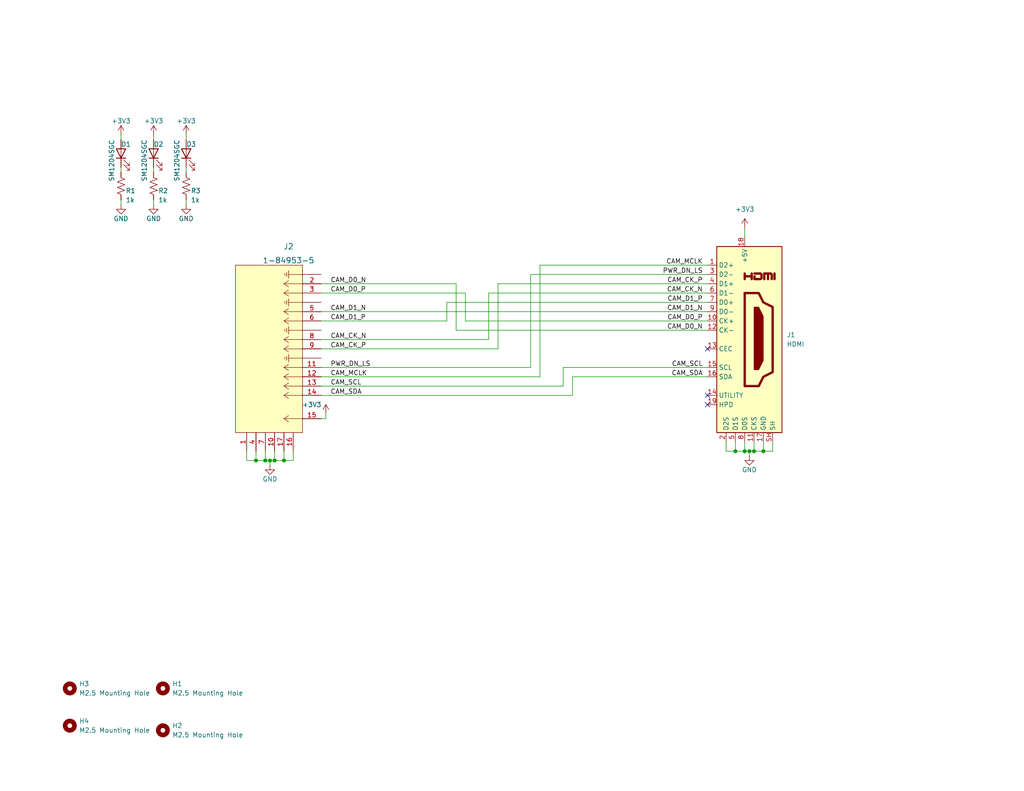
<source format=kicad_sch>
(kicad_sch (version 20230121) (generator eeschema)
  (paper "A")
  (title_block (title "MIPI to HDMI") (date "2023-10-28") (rev "R1") (company "MVHS Robotics FRC971") (comment 1 "Alexander Lenkov") (comment 2 "Scott Berman"))
  (lib_symbols
    (symbol "1mm 15pin Ribbon:1-84952-5" (pin_names (offset 0.254))
      (property "Reference" "J2" (at 8.89 7.62 0))
      (property "Value" "1-84953-5" (at 8.89 3.81 0))
      (symbol "1-84952-5_0_1"
        (polyline (pts (xy 8.89 -22.86) (xy 5.08 -22.86)) (stroke (width 0.127)))
        (polyline (pts (xy 8.89 -15.24) (xy 5.08 -15.24)) (stroke (width 0.127)))
        (polyline (pts (xy 8.89 -7.62) (xy 5.08 -7.62)) (stroke (width 0.127)))
        (polyline (pts (xy 8.89 0) (xy 5.08 0)) (stroke (width 0.127)))
        (polyline (pts (xy 10.16 -39.37) (xy 5.08 -39.37)) (stroke (width 0.127)))
        (polyline (pts (xy 10.16 -39.37) (xy 8.89 -40.2167)) (stroke (width 0.127)))
        (polyline (pts (xy 10.16 -39.37) (xy 8.89 -38.5233)) (stroke (width 0.127)))
        (polyline (pts (xy 10.16 -33.02) (xy 5.08 -33.02)) (stroke (width 0.127)))
        (polyline (pts (xy 10.16 -33.02) (xy 8.89 -33.8667)) (stroke (width 0.127)))
        (polyline (pts (xy 10.16 -33.02) (xy 8.89 -32.1733)) (stroke (width 0.127)))
        (polyline (pts (xy 10.16 -30.48) (xy 5.08 -30.48)) (stroke (width 0.127)))
        (polyline (pts (xy 10.16 -30.48) (xy 8.89 -31.3267)) (stroke (width 0.127)))
        (polyline (pts (xy 10.16 -30.48) (xy 8.89 -29.6333)) (stroke (width 0.127)))
        (polyline (pts (xy 10.16 -27.94) (xy 5.08 -27.94)) (stroke (width 0.127)))
        (polyline (pts (xy 10.16 -27.94) (xy 8.89 -28.7867)) (stroke (width 0.127)))
        (polyline (pts (xy 10.16 -27.94) (xy 8.89 -27.0933)) (stroke (width 0.127)))
        (polyline (pts (xy 10.16 -25.4) (xy 5.08 -25.4)) (stroke (width 0.127)))
        (polyline (pts (xy 10.16 -25.4) (xy 8.89 -26.2467)) (stroke (width 0.127)))
        (polyline (pts (xy 10.16 -25.4) (xy 8.89 -24.5533)) (stroke (width 0.127)))
        (polyline (pts (xy 10.16 -20.32) (xy 5.08 -20.32)) (stroke (width 0.127)))
        (polyline (pts (xy 10.16 -20.32) (xy 8.89 -21.1667)) (stroke (width 0.127)))
        (polyline (pts (xy 10.16 -20.32) (xy 8.89 -19.4733)) (stroke (width 0.127)))
        (polyline (pts (xy 10.16 -17.78) (xy 5.08 -17.78)) (stroke (width 0.127)))
        (polyline (pts (xy 10.16 -17.78) (xy 8.89 -18.6267)) (stroke (width 0.127)))
        (polyline (pts (xy 10.16 -17.78) (xy 8.89 -16.9333)) (stroke (width 0.127)))
        (polyline (pts (xy 10.16 -12.7) (xy 5.08 -12.7)) (stroke (width 0.127)))
        (polyline (pts (xy 10.16 -12.7) (xy 8.89 -13.5467)) (stroke (width 0.127)))
        (polyline (pts (xy 10.16 -12.7) (xy 8.89 -11.8533)) (stroke (width 0.127)))
        (polyline (pts (xy 10.16 -10.16) (xy 5.08 -10.16)) (stroke (width 0.127)))
        (polyline (pts (xy 10.16 -10.16) (xy 8.89 -11.0067)) (stroke (width 0.127)))
        (polyline (pts (xy 10.16 -10.16) (xy 8.89 -9.3133)) (stroke (width 0.127)))
        (polyline (pts (xy 10.16 -5.08) (xy 5.08 -5.08)) (stroke (width 0.127)))
        (polyline (pts (xy 10.16 -5.08) (xy 8.89 -5.9267)) (stroke (width 0.127)))
        (polyline (pts (xy 10.16 -5.08) (xy 8.89 -4.2333)) (stroke (width 0.127)))
        (polyline (pts (xy 10.16 -2.54) (xy 5.08 -2.54)) (stroke (width 0.127)))
        (polyline (pts (xy 10.16 -2.54) (xy 8.89 -3.3867)) (stroke (width 0.127)))
        (polyline (pts (xy 10.16 -2.54) (xy 8.89 -1.6933)) (stroke (width 0.127)))
        (pin unspecified line (at 20.32 -48.26 90) (length 5.08) (name "") (number "1"))
        (pin unspecified line (at 12.7 -48.26 90) (length 5.08) (name "") (number "10"))
        (pin unspecified line (at 0 -25.4 0) (length 5.08) (name "") (number "11"))
        (pin unspecified line (at 0 -27.94 0) (length 5.08) (name "") (number "12"))
        (pin unspecified line (at 0 -30.48 0) (length 5.08) (name "") (number "13"))
        (pin unspecified line (at 0 -33.02 0) (length 5.08) (name "") (number "14"))
        (pin unspecified line (at 0 -39.37 0) (length 5.08) (name "") (number "15"))
        (pin unspecified line (at 7.62 -48.26 90) (length 5.08) (name "") (number "16"))
        (pin unspecified line (at 10.16 -48.26 90) (length 5.08) (name "") (number "17"))
        (pin unspecified line (at 0 -2.54 0) (length 5.08) (name "") (number "2"))
        (pin unspecified line (at 0 -5.08 0) (length 5.08) (name "") (number "3"))
        (pin unspecified line (at 17.78 -48.26 90) (length 5.08) (name "") (number "4"))
        (pin unspecified line (at 0 -10.16 0) (length 5.08) (name "") (number "5"))
        (pin unspecified line (at 0 -12.7 0) (length 5.08) (name "") (number "6"))
        (pin unspecified line (at 15.24 -48.26 90) (length 5.08) (name "") (number "7"))
        (pin unspecified line (at 0 -17.78 0) (length 5.08) (name "") (number "8"))
        (pin unspecified line (at 0 -20.32 0) (length 5.08) (name "") (number "9"))
      )
      (symbol "1-84952-5_1_1"
        (polyline (pts (xy 5.08 -22.86) (xy 0 -22.86)))
        (polyline (pts (xy 5.08 -15.24) (xy 0 -15.24)))
        (polyline (pts (xy 5.08 -7.62) (xy 0 -7.62)))
        (polyline (pts (xy 5.08 0) (xy 0 0)))
        (polyline (pts (xy 8.89 -23.876) (xy 8.89 -21.844)))
        (polyline (pts (xy 8.89 -16.256) (xy 8.89 -14.224)))
        (polyline (pts (xy 8.89 -8.636) (xy 8.89 -6.604)))
        (polyline (pts (xy 8.89 -1.016) (xy 8.89 1.016)))
        (polyline (pts (xy 9.398 -23.368) (xy 9.398 -22.352)))
        (polyline (pts (xy 9.398 -15.748) (xy 9.398 -14.732)))
        (polyline (pts (xy 9.398 -8.128) (xy 9.398 -7.112)))
        (polyline (pts (xy 9.398 -0.508) (xy 9.398 0.508)))
        (polyline (pts (xy 9.906 -23.114) (xy 9.906 -22.606)))
        (polyline (pts (xy 9.906 -15.494) (xy 9.906 -14.986)))
        (polyline (pts (xy 9.906 -7.874) (xy 9.906 -7.366)))
        (polyline (pts (xy 9.906 -0.254) (xy 9.906 0.254)))
        (polyline (pts (xy 5.08 -43.18) (xy 5.08 2.54) (xy 23.368 2.54) (xy 23.368 -43.18) (xy 5.08 -43.18)) (fill (type background)))
      )
    )
    (symbol "Connector:HDMI_A"
      (property "Reference" "J" (at -6.35 26.67 0))
      (property "Value" "HDMI_A" (at 10.16 26.67 0))
      (symbol "HDMI_A_0_0"
        (polyline (pts (xy 8.128 16.51) (xy 8.128 18.034)) (stroke (width 0.635)))
        (polyline (pts (xy 0 16.51) (xy 0 18.034) (xy 0 17.272) (xy 1.905 17.272) (xy 1.905 18.034) (xy 1.905 16.51)) (stroke (width 0.635)))
        (polyline (pts (xy 2.667 18.034) (xy 4.318 18.034) (xy 4.572 17.78) (xy 4.572 16.764) (xy 4.318 16.51) (xy 2.667 16.51) (xy 2.667 17.272)) (stroke (width 0.635)))
      )
      (symbol "HDMI_A_0_1"
        (rectangle (start -7.62 25.4) (end 10.16 -25.4) (stroke (width 0.254)) (fill (type background)))
        (polyline (pts (xy 2.54 8.89) (xy 3.81 8.89) (xy 5.08 6.35) (xy 5.08 -5.715) (xy 3.81 -8.255) (xy 2.54 -8.255) (xy 2.54 8.89)) (fill (type outline)))
        (polyline (pts (xy 5.334 16.51) (xy 5.334 18.034) (xy 6.35 18.034) (xy 6.35 16.51) (xy 6.35 18.034) (xy 7.112 18.034) (xy 7.366 17.78) (xy 7.366 16.51)) (stroke (width 0.635)))
        (polyline (pts (xy 0 12.7) (xy 0 -12.7) (xy 3.81 -12.7) (xy 5.08 -10.16) (xy 7.62 -8.89) (xy 7.62 8.89) (xy 5.08 10.16) (xy 3.81 12.7) (xy 0 12.7)) (stroke (width 0.635)))
      )
      (symbol "HDMI_A_1_1"
        (pin passive line (at -10.16 20.32 0) (length 2.54) (name "D2+") (number "1"))
        (pin passive line (at -10.16 5.08 0) (length 2.54) (name "CK+") (number "10"))
        (pin power_in line (at 2.54 -27.94 90) (length 2.54) (name "CKS") (number "11"))
        (pin passive line (at -10.16 2.54 0) (length 2.54) (name "CK-") (number "12"))
        (pin bidirectional line (at -10.16 -2.54 0) (length 2.54) (name "CEC") (number "13"))
        (pin passive line (at -10.16 -15.24 0) (length 2.54) (name "UTILITY") (number "14"))
        (pin passive line (at -10.16 -7.62 0) (length 2.54) (name "SCL") (number "15"))
        (pin bidirectional line (at -10.16 -10.16 0) (length 2.54) (name "SDA") (number "16"))
        (pin power_in line (at 5.08 -27.94 90) (length 2.54) (name "GND") (number "17"))
        (pin power_in line (at 0 27.94 270) (length 2.54) (name "+5V") (number "18"))
        (pin passive line (at -10.16 -17.78 0) (length 2.54) (name "HPD") (number "19"))
        (pin power_in line (at -5.08 -27.94 90) (length 2.54) (name "D2S") (number "2"))
        (pin passive line (at -10.16 17.78 0) (length 2.54) (name "D2-") (number "3"))
        (pin passive line (at -10.16 15.24 0) (length 2.54) (name "D1+") (number "4"))
        (pin power_in line (at -2.54 -27.94 90) (length 2.54) (name "D1S") (number "5"))
        (pin passive line (at -10.16 12.7 0) (length 2.54) (name "D1-") (number "6"))
        (pin passive line (at -10.16 10.16 0) (length 2.54) (name "D0+") (number "7"))
        (pin power_in line (at 0 -27.94 90) (length 2.54) (name "D0S") (number "8"))
        (pin passive line (at -10.16 7.62 0) (length 2.54) (name "D0-") (number "9"))
        (pin passive line (at 7.62 -27.94 90) (length 2.54) (name "SH") (number "SH"))
      )
    )
    (symbol "Device:LED" (pin_numbers hide) (pin_names (offset 1.016) hide)
      (property "Reference" "D1" (at 1.27 -2.54 90))
      (property "Value" "LED" (at -1.27 -2.54 90))
      (symbol "LED_0_1"
        (polyline (pts (xy -1.27 -1.27) (xy -1.27 1.27)) (stroke (width 0.254)))
        (polyline (pts (xy -1.27 0) (xy 1.27 0)))
        (polyline (pts (xy 1.27 -1.27) (xy 1.27 1.27) (xy -1.27 0) (xy 1.27 -1.27)) (stroke (width 0.254)))
        (polyline (pts (xy -3.048 -0.762) (xy -4.572 -2.286) (xy -3.81 -2.286) (xy -4.572 -2.286) (xy -4.572 -1.524)))
        (polyline (pts (xy -1.778 -0.762) (xy -3.302 -2.286) (xy -2.54 -2.286) (xy -3.302 -2.286) (xy -3.302 -1.524)))
      )
      (symbol "LED_1_1"
        (pin passive line (at 3.81 0 180) (length 2.54) (name "A") (number "1"))
        (pin passive line (at -3.81 0 0) (length 2.54) (name "K") (number "2"))
      )
    )
    (symbol "Device:R_US" (pin_numbers hide) (pin_names (offset 0))
      (property "Reference" "R" (at 2.54 0 90))
      (property "Value" "R_US" (at -2.54 0 90))
      (symbol "R_US_0_1"
        (polyline (pts (xy 0 -2.286) (xy 0 -2.54)))
        (polyline (pts (xy 0 2.286) (xy 0 2.54)))
        (polyline (pts (xy 0 -0.762) (xy 1.016 -1.143) (xy 0 -1.524) (xy -1.016 -1.905) (xy 0 -2.286)))
        (polyline (pts (xy 0 0.762) (xy 1.016 0.381) (xy 0 0) (xy -1.016 -0.381) (xy 0 -0.762)))
        (polyline (pts (xy 0 2.286) (xy 1.016 1.905) (xy 0 1.524) (xy -1.016 1.143) (xy 0 0.762)))
      )
      (symbol "R_US_1_1"
        (pin passive line (at 0 3.81 270) (length 1.27) (name "~") (number "1"))
        (pin passive line (at 0 -3.81 90) (length 1.27) (name "~") (number "2"))
      )
    )
    (symbol "Mechanical:MountingHole" (pin_names (offset 1.016))
      (property "Reference" "H" (at 0 5.08 0))
      (property "Value" "MountingHole" (at 0 3.175 0))
      (symbol "MountingHole_0_1"
        (circle (center 0 0) (radius 1.27) (stroke (width 1.27)))
      )
    )
    (symbol "power:+3V3" (power) (pin_names (offset 0))
      (property "Value" "+3V3" (at 0 3.556 0))
      (symbol "+3V3_0_1"
        (polyline (pts (xy -0.762 1.27) (xy 0 2.54)))
        (polyline (pts (xy 0 0) (xy 0 2.54)))
        (polyline (pts (xy 0 2.54) (xy 0.762 1.27)))
      )
      (symbol "+3V3_1_1"
        (pin power_in line (at 0 0 90) (length 0) hide (name "+3V3") (number "1"))
      )
    )
    (symbol "power:GND" (power) (pin_names (offset 0))
      (property "Value" "GND" (at 0 -3.81 0))
      (symbol "GND_0_1"
        (polyline (pts (xy 0 0) (xy 0 -1.27) (xy 1.27 -1.27) (xy 0 -2.54) (xy -1.27 -1.27) (xy 0 -1.27)))
      )
      (symbol "GND_1_1"
        (pin power_in line (at 0 0 270) (length 0) hide (name "GND") (number "1"))
      )
    )
  )
  (junction (at 74.93 125.73))
  (junction (at 204.47 123.19))
  (junction (at 73.66 125.73))
  (junction (at 200.66 123.19))
  (junction (at 208.28 123.19))
  (junction (at 77.47 125.73))
  (junction (at 72.39 125.73))
  (junction (at 203.2 123.19))
  (junction (at 205.74 123.19))
  (junction (at 69.85 125.73))
  (no_connect (at 193.04 110.49))
  (no_connect (at 193.04 95.25))
  (no_connect (at 193.04 107.95))
  (wire (pts (xy 135.89 77.47) (xy 193.04 77.47)))
  (wire (pts (xy 210.82 120.65) (xy 210.82 123.19)))
  (wire (pts (xy 33.02 46.99) (xy 33.02 45.72)))
  (wire (pts (xy 50.8 46.99) (xy 50.8 45.72)))
  (wire (pts (xy 74.93 125.73) (xy 77.47 125.73)))
  (wire (pts (xy 133.35 92.71) (xy 133.35 80.01)))
  (wire (pts (xy 121.92 82.55) (xy 193.04 82.55)))
  (wire (pts (xy 204.47 124.46) (xy 204.47 123.19)))
  (wire (pts (xy 41.91 46.99) (xy 41.91 45.72)))
  (wire (pts (xy 156.21 102.87) (xy 156.21 107.95)))
  (wire (pts (xy 87.63 85.09) (xy 193.04 85.09)))
  (wire (pts (xy 74.93 123.19) (xy 74.93 125.73)))
  (wire (pts (xy 87.63 105.41) (xy 153.67 105.41)))
  (wire (pts (xy 144.78 74.93) (xy 144.78 100.33)))
  (wire (pts (xy 135.89 95.25) (xy 135.89 77.47)))
  (wire (pts (xy 198.12 120.65) (xy 198.12 123.19)))
  (wire (pts (xy 73.66 125.73) (xy 74.93 125.73)))
  (wire (pts (xy 203.2 120.65) (xy 203.2 123.19)))
  (wire (pts (xy 153.67 100.33) (xy 153.67 105.41)))
  (wire (pts (xy 87.63 100.33) (xy 144.78 100.33)))
  (wire (pts (xy 87.63 77.47) (xy 124.46 77.47)))
  (wire (pts (xy 41.91 55.88) (xy 41.91 54.61)))
  (wire (pts (xy 41.91 36.83) (xy 41.91 38.1)))
  (wire (pts (xy 203.2 123.19) (xy 200.66 123.19)))
  (wire (pts (xy 208.28 123.19) (xy 205.74 123.19)))
  (wire (pts (xy 127 80.01) (xy 127 87.63)))
  (wire (pts (xy 200.66 120.65) (xy 200.66 123.19)))
  (wire (pts (xy 69.85 123.19) (xy 69.85 125.73)))
  (wire (pts (xy 204.47 123.19) (xy 203.2 123.19)))
  (wire (pts (xy 153.67 100.33) (xy 193.04 100.33)))
  (wire (pts (xy 203.2 64.77) (xy 203.2 62.23)))
  (wire (pts (xy 124.46 77.47) (xy 124.46 90.17)))
  (wire (pts (xy 87.63 87.63) (xy 121.92 87.63)))
  (wire (pts (xy 208.28 120.65) (xy 208.28 123.19)))
  (wire (pts (xy 147.32 72.39) (xy 193.04 72.39)))
  (wire (pts (xy 77.47 123.19) (xy 77.47 125.73)))
  (wire (pts (xy 200.66 123.19) (xy 198.12 123.19)))
  (wire (pts (xy 121.92 87.63) (xy 121.92 82.55)))
  (wire (pts (xy 67.31 125.73) (xy 69.85 125.73)))
  (wire (pts (xy 33.02 55.88) (xy 33.02 54.61)))
  (wire (pts (xy 72.39 123.19) (xy 72.39 125.73)))
  (wire (pts (xy 144.78 74.93) (xy 193.04 74.93)))
  (wire (pts (xy 88.9 114.3) (xy 87.63 114.3)))
  (wire (pts (xy 69.85 125.73) (xy 72.39 125.73)))
  (wire (pts (xy 33.02 36.83) (xy 33.02 38.1)))
  (wire (pts (xy 50.8 55.88) (xy 50.8 54.61)))
  (wire (pts (xy 87.63 80.01) (xy 127 80.01)))
  (wire (pts (xy 210.82 123.19) (xy 208.28 123.19)))
  (wire (pts (xy 88.9 114.3) (xy 88.9 113.03)))
  (wire (pts (xy 87.63 102.87) (xy 147.32 102.87)))
  (wire (pts (xy 77.47 125.73) (xy 80.01 125.73)))
  (wire (pts (xy 127 87.63) (xy 193.04 87.63)))
  (wire (pts (xy 80.01 125.73) (xy 80.01 123.19)))
  (wire (pts (xy 133.35 80.01) (xy 193.04 80.01)))
  (wire (pts (xy 205.74 120.65) (xy 205.74 123.19)))
  (wire (pts (xy 87.63 95.25) (xy 135.89 95.25)))
  (wire (pts (xy 67.31 123.19) (xy 67.31 125.73)))
  (wire (pts (xy 87.63 92.71) (xy 133.35 92.71)))
  (wire (pts (xy 205.74 123.19) (xy 204.47 123.19)))
  (wire (pts (xy 147.32 72.39) (xy 147.32 102.87)))
  (wire (pts (xy 156.21 102.87) (xy 193.04 102.87)))
  (wire (pts (xy 73.66 125.73) (xy 72.39 125.73)))
  (wire (pts (xy 124.46 90.17) (xy 193.04 90.17)))
  (wire (pts (xy 73.66 127) (xy 73.66 125.73)))
  (wire (pts (xy 50.8 36.83) (xy 50.8 38.1)))
  (wire (pts (xy 87.63 107.95) (xy 156.21 107.95)))
  (label "CAM_CK_N" (at 90.17 92.71 0))
  (label "CAM_CK_P" (at 191.77 77.47 180))
  (label "CAM_D1_N" (at 191.77 85.09 180))
  (label "CAM_D1_P" (at 90.17 87.63 0))
  (label "PWR_DN_LS" (at 191.77 74.93 180))
  (label "CAM_D0_P" (at 90.17 80.01 0))
  (label "CAM_SCL" (at 191.77 100.33 180))
  (label "CAM_CK_P" (at 90.17 95.25 0))
  (label "PWR_DN_LS" (at 90.17 100.33 0))
  (label "CAM_CK_N" (at 191.77 80.01 180))
  (label "CAM_MCLK" (at 90.17 102.87 0))
  (label "CAM_SDA" (at 90.17 107.95 0))
  (label "CAM_D1_P" (at 191.77 82.55 180))
  (label "CAM_D0_N" (at 90.17 77.47 0))
  (label "CAM_D0_P" (at 191.77 87.63 180))
  (label "CAM_SCL" (at 90.17 105.41 0))
  (label "CAM_MCLK" (at 191.77 72.39 180))
  (label "CAM_D0_N" (at 191.77 90.17 180))
  (label "CAM_D1_N" (at 90.17 85.09 0))
  (label "CAM_SDA" (at 191.77 102.87 180))
  (symbol (lib_id "power:+3V3") (at 41.91 36.83 0) (unit 1)
    (property "Reference" "#PWR07" (effects hide))
    (property "Value" "+3V3" (at 41.91 33.02 0))
  )
  (symbol (lib_id "Mechanical:MountingHole") (at 44.45 187.96 180) (unit 1) (in_bom no)
    (property "Reference" "H1" (at 46.99 186.69 0) (effects (justify right)))
    (property "Value" "M2.5 Mounting Hole" (at 46.99 189.23 0) (effects (justify right)))
    (property "Footprint" "MountingHole:MountingHole_2.7mm_Pad" (effects hide))
  )
  (symbol (lib_id "power:+3V3") (at 50.8 36.83 0) (unit 1)
    (property "Reference" "#PWR09" (effects hide))
    (property "Value" "+3V3" (at 50.8 33.02 0))
  )
  (symbol (lib_id "Mechanical:MountingHole") (at 19.05 187.96 180) (unit 1) (in_bom no)
    (property "Reference" "H3" (at 21.59 186.69 0) (effects (justify right)))
    (property "Value" "M2.5 Mounting Hole" (at 21.59 189.23 0) (effects (justify right)))
    (property "Footprint" "MountingHole:MountingHole_2.7mm_Pad" (effects hide))
  )
  (symbol (lib_id "power:GND") (at 50.8 55.88 0) (unit 1)
    (property "Reference" "#PWR010" (effects hide))
    (property "Value" "GND" (at 50.8 59.69 0))
  )
  (symbol (lib_id "1mm 15pin Ribbon:1-84952-5") (at 87.63 74.93 0) (mirror y) (unit 1)
    (property "Reference" "J2" (at 78.74 67.31 0) (effects (font (size 1.524 1.524))))
    (property "Value" "1-84953-5" (at 78.74 71.12 0) (effects (font (size 1.524 1.524))))
    (property "Footprint" "footprints:conn15_1-84952-5_TEC" (effects hide))
    (property "Datasheet" "Components/TE-1-84953-5.pdf" (effects hide))
    (property "MFG" "TE Connectivity" (effects hide))
    (property "MFG P/N" "1-84953-5" (effects hide))
    (property "DIST" "Digikey" (effects hide))
    (property "DIST P/N" "A101405CT-ND" (effects hide))
    (property "Link" "https://www.digikey.com/en/products/detail/te-connectivity-amp-connectors/1-84952-5/2272419" (effects hide))
  )
  (symbol (lib_id "Device:R_US") (at 33.02 50.8 0) (unit 1)
    (property "Reference" "R1" (at 34.29 52.07 0) (effects (justify left)))
    (property "Value" "1k" (at 34.29 54.61 0) (effects (justify left)))
    (property "Footprint" "Resistor_SMD:R_0805_2012Metric_Pad1.20x1.40mm_HandSolder" (effects hide))
  )
  (symbol (lib_id "Device:R_US") (at 41.91 50.8 0) (unit 1)
    (property "Reference" "R2" (at 43.18 52.07 0) (effects (justify left)))
    (property "Value" "1k" (at 43.18 54.61 0) (effects (justify left)))
    (property "Footprint" "Resistor_SMD:R_0805_2012Metric_Pad1.20x1.40mm_HandSolder" (effects hide))
  )
  (symbol (lib_id "Mechanical:MountingHole") (at 44.45 199.39 180) (unit 1) (in_bom no)
    (property "Reference" "H2" (at 46.99 198.12 0) (effects (justify right)))
    (property "Value" "M2.5 Mounting Hole" (at 46.99 200.66 0) (effects (justify right)))
    (property "Footprint" "MountingHole:MountingHole_2.7mm_Pad" (effects hide))
  )
  (symbol (lib_id "Device:LED") (at 41.91 41.91 90) (unit 1)
    (property "Reference" "D2" (at 41.91 39.37 90) (effects (justify right)))
    (property "Value" "SM1204SGC" (at 39.37 38.1 0) (effects (justify right)))
    (property "Footprint" "SM1204PGC:SM1204PGC" (effects hide))
    (property "Datasheet" "https://www.bivar.com/parts_content/Datasheets/SM1204SGC.pdf" (effects hide))
    (property "MFG" "Bivar Inc." (effects hide))
    (property "MFG P/N" "SM1204SGC" (effects hide))
    (property "DIST" "DIGIKEY" (effects hide))
    (property "DIST P/N" "SM1204SGC" (effects hide))
    (property "LINK" "https://www.digikey.com/en/products/detail/bivar-inc/SM1204SGC/2404401?s=N4IgTCBcDaIMoFkCMYAMAWOBxAwiAugL5A" (effects hide))
  )
  (symbol (lib_id "Device:R_US") (at 50.8 50.8 0) (unit 1)
    (property "Reference" "R3" (at 52.07 52.07 0) (effects (justify left)))
    (property "Value" "1k" (at 52.07 54.61 0) (effects (justify left)))
    (property "Footprint" "Resistor_SMD:R_0805_2012Metric_Pad1.20x1.40mm_HandSolder" (effects hide))
  )
  (symbol (lib_id "power:+3V3") (at 203.2 62.23 0) (unit 1)
    (property "Reference" "#PWR04" (effects hide))
    (property "Value" "+3V3" (at 203.2 57.15 0))
  )
  (symbol (lib_id "power:GND") (at 41.91 55.88 0) (unit 1)
    (property "Reference" "#PWR08" (effects hide))
    (property "Value" "GND" (at 41.91 59.69 0))
  )
  (symbol (lib_id "power:+3V3") (at 33.02 36.83 0) (unit 1)
    (property "Reference" "#PWR06" (effects hide))
    (property "Value" "+3V3" (at 33.02 33.02 0))
  )
  (symbol (lib_id "power:GND") (at 33.02 55.88 0) (unit 1)
    (property "Reference" "#PWR03" (effects hide))
    (property "Value" "GND" (at 33.02 59.69 0))
  )
  (symbol (lib_id "Mechanical:MountingHole") (at 19.05 198.12 180) (unit 1) (in_bom no)
    (property "Reference" "H4" (at 21.59 196.85 0) (effects (justify right)))
    (property "Value" "M2.5 Mounting Hole" (at 21.59 199.39 0) (effects (justify right)))
    (property "Footprint" "MountingHole:MountingHole_2.7mm_Pad" (effects hide))
  )
  (symbol (lib_id "power:GND") (at 73.66 127 0) (unit 1)
    (property "Reference" "#PWR01" (effects hide))
    (property "Value" "GND" (at 73.66 130.81 0))
  )
  (symbol (lib_id "Device:LED") (at 50.8 41.91 90) (unit 1)
    (property "Reference" "D3" (at 50.8 39.37 90) (effects (justify right)))
    (property "Value" "SM1204SGC" (at 48.26 38.1 0) (effects (justify right)))
    (property "Footprint" "SM1204PGC:SM1204PGC" (effects hide))
    (property "Datasheet" "https://www.bivar.com/parts_content/Datasheets/SM1204SGC.pdf" (effects hide))
    (property "MFG" "Bivar Inc." (effects hide))
    (property "MFG P/N" "SM1204SGC" (effects hide))
    (property "DIST" "DIGIKEY" (effects hide))
    (property "DIST P/N" "SM1204SGC" (effects hide))
    (property "LINK" "https://www.digikey.com/en/products/detail/bivar-inc/SM1204SGC/2404401?s=N4IgTCBcDaIMoFkCMYAMAWOBxAwiAugL5A" (effects hide))
  )
  (symbol (lib_id "power:GND") (at 204.47 124.46 0) (unit 1)
    (property "Reference" "#PWR02" (effects hide))
    (property "Value" "GND" (at 204.47 128.27 0))
  )
  (symbol (lib_id "Connector:HDMI_A") (at 203.2 92.71 0) (unit 1)
    (property "Reference" "J1" (at 214.63 91.44 0) (effects (justify left)))
    (property "Value" "HDMI" (at 214.63 93.98 0) (effects (justify left)))
    (property "Footprint" "Connector_HDMI:HDMI_A_Molex_208658-1001_Horizontal" (effects hide))
    (property "Datasheet" "Components/Molex-HDMI-A-2086581051_sd.pdf" (effects hide))
    (property "MFG" "Molex" (effects hide))
    (property "MFG P/N" "2086581051" (effects hide))
    (property "DIST" "Digikey" (effects hide))
    (property "DIST P/N" "900-2086581051CT-ND" (effects hide))
    (property "LINK" "https://www.digikey.com/en/products/detail/molex/2086581051/10493706?s=N4IgTCBcDaIJwAYEFowIBwDYCs6CMC2eAwgCrIByAIiALoC%2BQA" (effects hide))
  )
  (symbol (lib_id "power:+3V3") (at 88.9 113.03 0) (unit 1)
    (property "Reference" "#PWR05" (effects hide))
    (property "Value" "+3V3" (at 85.09 110.49 0))
  )
  (symbol (lib_id "Device:LED") (at 33.02 41.91 90) (unit 1)
    (property "Reference" "D1" (at 33.02 39.37 90) (effects (justify right)))
    (property "Value" "SM1204SGC" (at 30.48 38.1 0) (effects (justify right)))
    (property "Footprint" "SM1204PGC:SM1204PGC" (effects hide))
    (property "Datasheet" "https://www.bivar.com/parts_content/Datasheets/SM1204SGC.pdf" (effects hide))
    (property "MFG" "Bivar Inc." (effects hide))
    (property "MFG P/N" "SM1204SGC" (effects hide))
    (property "DIST" "DIGIKEY" (effects hide))
    (property "DIST P/N" "SM1204SGC" (effects hide))
    (property "LINK" "https://www.digikey.com/en/products/detail/bivar-inc/SM1204SGC/2404401?s=N4IgTCBcDaIMoFkCMYAMAWOBxAwiAugL5A" (effects hide))
  )
)
</source>
